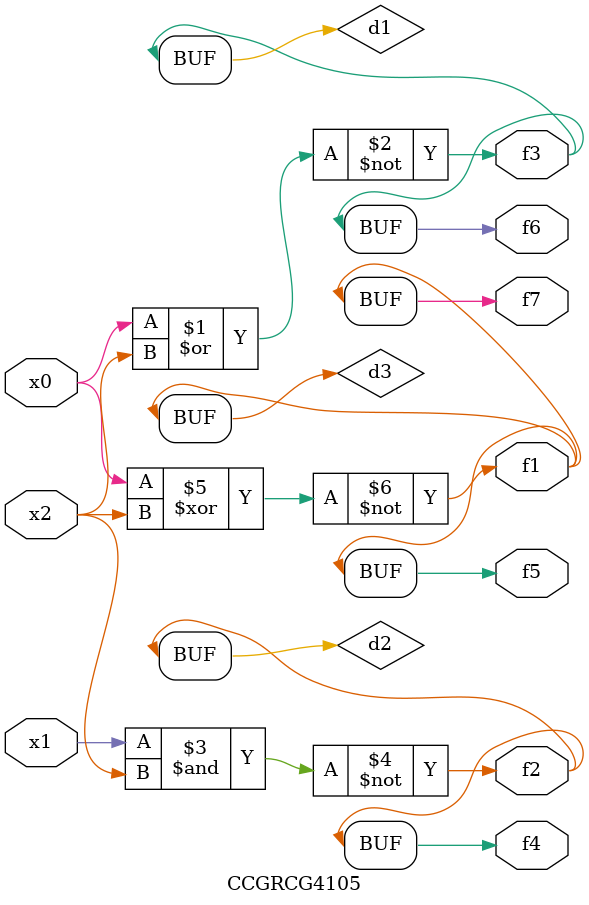
<source format=v>
module CCGRCG4105(
	input x0, x1, x2,
	output f1, f2, f3, f4, f5, f6, f7
);

	wire d1, d2, d3;

	nor (d1, x0, x2);
	nand (d2, x1, x2);
	xnor (d3, x0, x2);
	assign f1 = d3;
	assign f2 = d2;
	assign f3 = d1;
	assign f4 = d2;
	assign f5 = d3;
	assign f6 = d1;
	assign f7 = d3;
endmodule

</source>
